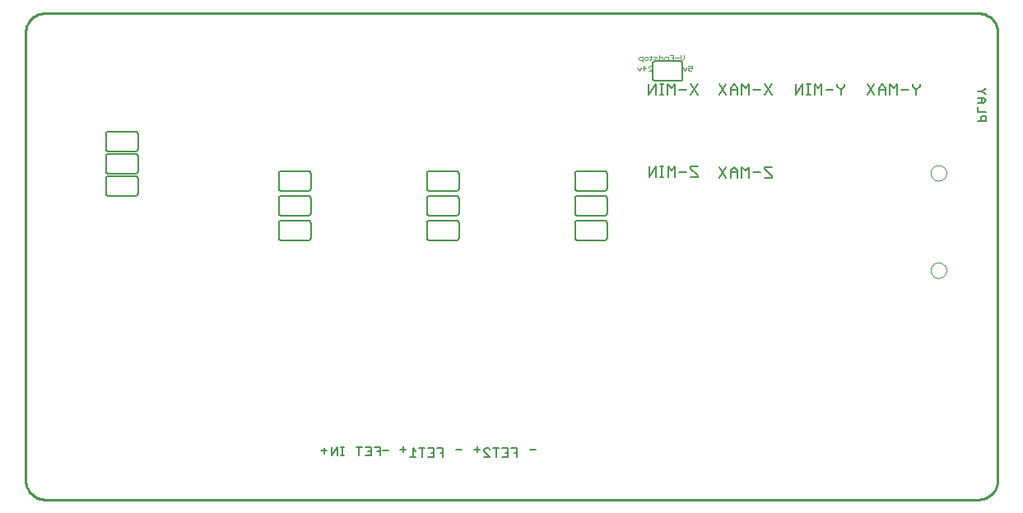
<source format=gbo>
G75*
G70*
%OFA0B0*%
%FSLAX24Y24*%
%IPPOS*%
%LPD*%
%AMOC8*
5,1,8,0,0,1.08239X$1,22.5*
%
%ADD10C,0.0100*%
%ADD11C,0.0070*%
%ADD12C,0.0020*%
%ADD13C,0.0050*%
%ADD14C,0.0000*%
%ADD15C,0.0060*%
D10*
X003080Y001725D02*
X003080Y019835D01*
X003082Y019889D01*
X003087Y019942D01*
X003096Y019995D01*
X003109Y020047D01*
X003125Y020099D01*
X003145Y020149D01*
X003168Y020197D01*
X003195Y020244D01*
X003224Y020289D01*
X003257Y020332D01*
X003292Y020372D01*
X003330Y020410D01*
X003370Y020445D01*
X003413Y020478D01*
X003458Y020507D01*
X003505Y020534D01*
X003553Y020557D01*
X003603Y020577D01*
X003655Y020593D01*
X003707Y020606D01*
X003760Y020615D01*
X003813Y020620D01*
X003867Y020622D01*
X041663Y020622D01*
X041717Y020620D01*
X041770Y020615D01*
X041823Y020606D01*
X041875Y020593D01*
X041927Y020577D01*
X041977Y020557D01*
X042025Y020534D01*
X042072Y020507D01*
X042117Y020478D01*
X042160Y020445D01*
X042200Y020410D01*
X042238Y020372D01*
X042273Y020332D01*
X042306Y020289D01*
X042335Y020244D01*
X042362Y020197D01*
X042385Y020149D01*
X042405Y020099D01*
X042421Y020047D01*
X042434Y019995D01*
X042443Y019942D01*
X042448Y019889D01*
X042450Y019835D01*
X042450Y001725D01*
X042448Y001671D01*
X042443Y001618D01*
X042434Y001565D01*
X042421Y001513D01*
X042405Y001461D01*
X042385Y001411D01*
X042362Y001363D01*
X042335Y001316D01*
X042306Y001271D01*
X042273Y001228D01*
X042238Y001188D01*
X042200Y001150D01*
X042160Y001115D01*
X042117Y001082D01*
X042072Y001053D01*
X042025Y001026D01*
X041977Y001003D01*
X041927Y000983D01*
X041875Y000967D01*
X041823Y000954D01*
X041770Y000945D01*
X041717Y000940D01*
X041663Y000938D01*
X041663Y000937D02*
X003867Y000937D01*
X003867Y000938D02*
X003813Y000940D01*
X003760Y000945D01*
X003707Y000954D01*
X003655Y000967D01*
X003603Y000983D01*
X003553Y001003D01*
X003505Y001026D01*
X003458Y001053D01*
X003413Y001082D01*
X003370Y001115D01*
X003330Y001150D01*
X003292Y001188D01*
X003257Y001228D01*
X003224Y001271D01*
X003195Y001316D01*
X003168Y001363D01*
X003145Y001411D01*
X003125Y001461D01*
X003109Y001513D01*
X003096Y001565D01*
X003087Y001618D01*
X003082Y001671D01*
X003080Y001725D01*
D11*
X028329Y013982D02*
X028329Y014412D01*
X028616Y014412D02*
X028329Y013982D01*
X028616Y013982D02*
X028616Y014412D01*
X028779Y014412D02*
X028923Y014412D01*
X028851Y014412D02*
X028851Y013982D01*
X028923Y013982D02*
X028779Y013982D01*
X029096Y013982D02*
X029096Y014412D01*
X029240Y014269D01*
X029383Y014412D01*
X029383Y013982D01*
X029557Y014197D02*
X029844Y014197D01*
X030017Y014340D02*
X030304Y014054D01*
X030304Y013982D01*
X030017Y013982D01*
X030017Y014340D02*
X030017Y014412D01*
X030304Y014412D01*
X031167Y014393D02*
X031453Y013963D01*
X031627Y013963D02*
X031627Y014250D01*
X031770Y014393D01*
X031914Y014250D01*
X031914Y013963D01*
X032087Y013963D02*
X032087Y014393D01*
X032231Y014250D01*
X032374Y014393D01*
X032374Y013963D01*
X032548Y014178D02*
X032835Y014178D01*
X033008Y014322D02*
X033295Y014035D01*
X033295Y013963D01*
X033008Y013963D01*
X033008Y014322D02*
X033008Y014393D01*
X033295Y014393D01*
X031914Y014178D02*
X031627Y014178D01*
X031453Y014393D02*
X031167Y013963D01*
X031167Y017313D02*
X031453Y017743D01*
X031627Y017600D02*
X031627Y017313D01*
X031453Y017313D02*
X031167Y017743D01*
X031627Y017600D02*
X031770Y017743D01*
X031914Y017600D01*
X031914Y017313D01*
X032087Y017313D02*
X032087Y017743D01*
X032231Y017600D01*
X032374Y017743D01*
X032374Y017313D01*
X032548Y017528D02*
X032835Y017528D01*
X033008Y017313D02*
X033295Y017743D01*
X033008Y017743D02*
X033295Y017313D01*
X034270Y017313D02*
X034270Y017743D01*
X034557Y017743D02*
X034270Y017313D01*
X034557Y017313D02*
X034557Y017743D01*
X034720Y017743D02*
X034864Y017743D01*
X034792Y017743D02*
X034792Y017313D01*
X034864Y017313D02*
X034720Y017313D01*
X035037Y017313D02*
X035037Y017743D01*
X035181Y017600D01*
X035324Y017743D01*
X035324Y017313D01*
X035498Y017528D02*
X035785Y017528D01*
X035958Y017672D02*
X036102Y017528D01*
X036102Y017313D01*
X036102Y017528D02*
X036245Y017672D01*
X036245Y017743D01*
X035958Y017743D02*
X035958Y017672D01*
X037167Y017743D02*
X037453Y017313D01*
X037627Y017313D02*
X037627Y017600D01*
X037770Y017743D01*
X037914Y017600D01*
X037914Y017313D01*
X038087Y017313D02*
X038087Y017743D01*
X038231Y017600D01*
X038374Y017743D01*
X038374Y017313D01*
X038548Y017528D02*
X038835Y017528D01*
X039008Y017672D02*
X039008Y017743D01*
X039008Y017672D02*
X039152Y017528D01*
X039152Y017313D01*
X039152Y017528D02*
X039295Y017672D01*
X039295Y017743D01*
X037914Y017528D02*
X037627Y017528D01*
X037453Y017743D02*
X037167Y017313D01*
X041656Y017202D02*
X041877Y017202D01*
X041987Y017092D01*
X041877Y016982D01*
X041656Y016982D01*
X041656Y016834D02*
X041656Y016613D01*
X041987Y016613D01*
X041932Y016465D02*
X041821Y016465D01*
X041766Y016410D01*
X041766Y016245D01*
X041656Y016245D02*
X041987Y016245D01*
X041987Y016410D01*
X041932Y016465D01*
X041821Y016982D02*
X041821Y017202D01*
X041932Y017350D02*
X041821Y017460D01*
X041656Y017460D01*
X041821Y017460D02*
X041932Y017570D01*
X041987Y017570D01*
X041987Y017350D02*
X041932Y017350D01*
X031914Y017528D02*
X031627Y017528D01*
X030295Y017313D02*
X030008Y017743D01*
X029835Y017528D02*
X029548Y017528D01*
X029374Y017313D02*
X029374Y017743D01*
X029231Y017600D01*
X029087Y017743D01*
X029087Y017313D01*
X028914Y017313D02*
X028770Y017313D01*
X028842Y017313D02*
X028842Y017743D01*
X028914Y017743D02*
X028770Y017743D01*
X028607Y017743D02*
X028320Y017313D01*
X028320Y017743D01*
X028607Y017743D02*
X028607Y017313D01*
X030008Y017313D02*
X030295Y017743D01*
D12*
X030033Y018285D02*
X030070Y018321D01*
X030033Y018285D02*
X029960Y018285D01*
X029923Y018321D01*
X029923Y018395D01*
X029960Y018432D01*
X029997Y018432D01*
X030070Y018395D01*
X030070Y018505D01*
X029923Y018505D01*
X029849Y018432D02*
X029776Y018285D01*
X029702Y018432D01*
X029684Y018722D02*
X029611Y018796D01*
X029611Y018942D01*
X029537Y018832D02*
X029390Y018832D01*
X029316Y018832D02*
X029242Y018832D01*
X029316Y018722D02*
X029169Y018722D01*
X029095Y018722D02*
X029095Y018869D01*
X028984Y018869D01*
X028948Y018832D01*
X028948Y018722D01*
X028874Y018759D02*
X028874Y018832D01*
X028837Y018869D01*
X028727Y018869D01*
X028727Y018942D02*
X028727Y018722D01*
X028837Y018722D01*
X028874Y018759D01*
X028653Y018722D02*
X028542Y018722D01*
X028506Y018759D01*
X028542Y018796D01*
X028616Y018796D01*
X028653Y018832D01*
X028616Y018869D01*
X028506Y018869D01*
X028432Y018869D02*
X028358Y018869D01*
X028395Y018906D02*
X028395Y018759D01*
X028358Y018722D01*
X028284Y018759D02*
X028248Y018722D01*
X028174Y018722D01*
X028137Y018759D01*
X028137Y018832D01*
X028174Y018869D01*
X028248Y018869D01*
X028284Y018832D01*
X028284Y018759D01*
X028063Y018722D02*
X027953Y018722D01*
X027916Y018759D01*
X027916Y018832D01*
X027953Y018869D01*
X028063Y018869D01*
X028063Y018649D01*
X028114Y018505D02*
X028224Y018395D01*
X028077Y018395D01*
X028003Y018432D02*
X027930Y018285D01*
X027856Y018432D01*
X028114Y018505D02*
X028114Y018285D01*
X028298Y018285D02*
X028445Y018285D01*
X028298Y018432D01*
X028298Y018468D01*
X028335Y018505D01*
X028408Y018505D01*
X028445Y018468D01*
X029316Y018722D02*
X029316Y018942D01*
X029169Y018942D01*
X029684Y018722D02*
X029758Y018796D01*
X029758Y018942D01*
D13*
X023743Y002962D02*
X023509Y002962D01*
X022993Y003013D02*
X022759Y003013D01*
X022624Y003013D02*
X022624Y002662D01*
X022391Y002662D01*
X022507Y002837D02*
X022624Y002837D01*
X022624Y003013D02*
X022391Y003013D01*
X022256Y003013D02*
X022022Y003013D01*
X022139Y003013D02*
X022139Y002662D01*
X021888Y002662D02*
X021654Y002896D01*
X021654Y002954D01*
X021712Y003013D01*
X021829Y003013D01*
X021888Y002954D01*
X021493Y002962D02*
X021259Y002962D01*
X021376Y002846D02*
X021376Y003079D01*
X021654Y002662D02*
X021888Y002662D01*
X022876Y002837D02*
X022993Y002837D01*
X022993Y002662D02*
X022993Y003013D01*
X020743Y002962D02*
X020509Y002962D01*
X019993Y003013D02*
X019759Y003013D01*
X019624Y003013D02*
X019624Y002662D01*
X019391Y002662D01*
X019507Y002837D02*
X019624Y002837D01*
X019624Y003013D02*
X019391Y003013D01*
X019256Y003013D02*
X019022Y003013D01*
X019139Y003013D02*
X019139Y002662D01*
X018888Y002662D02*
X018654Y002662D01*
X018771Y002662D02*
X018771Y003013D01*
X018888Y002896D01*
X018493Y002962D02*
X018259Y002962D01*
X018376Y002846D02*
X018376Y003079D01*
X017793Y002912D02*
X017559Y002912D01*
X017443Y002887D02*
X017326Y002887D01*
X017443Y002712D02*
X017443Y003063D01*
X017209Y003063D01*
X017074Y003063D02*
X017074Y002712D01*
X016841Y002712D01*
X016957Y002887D02*
X017074Y002887D01*
X017074Y003063D02*
X016841Y003063D01*
X016706Y003063D02*
X016472Y003063D01*
X016589Y003063D02*
X016589Y002712D01*
X015969Y002712D02*
X015852Y002712D01*
X015911Y002712D02*
X015911Y003063D01*
X015969Y003063D02*
X015852Y003063D01*
X015724Y003063D02*
X015490Y002712D01*
X015490Y003063D01*
X015724Y003063D02*
X015724Y002712D01*
X015293Y002912D02*
X015059Y002912D01*
X015176Y002796D02*
X015176Y003029D01*
X019876Y002837D02*
X019993Y002837D01*
X019993Y002662D02*
X019993Y003013D01*
D14*
X039739Y010219D02*
X039741Y010254D01*
X039747Y010289D01*
X039757Y010323D01*
X039770Y010356D01*
X039787Y010387D01*
X039808Y010415D01*
X039831Y010442D01*
X039858Y010465D01*
X039886Y010486D01*
X039917Y010503D01*
X039950Y010516D01*
X039984Y010526D01*
X040019Y010532D01*
X040054Y010534D01*
X040089Y010532D01*
X040124Y010526D01*
X040158Y010516D01*
X040191Y010503D01*
X040222Y010486D01*
X040250Y010465D01*
X040277Y010442D01*
X040300Y010415D01*
X040321Y010387D01*
X040338Y010356D01*
X040351Y010323D01*
X040361Y010289D01*
X040367Y010254D01*
X040369Y010219D01*
X040367Y010184D01*
X040361Y010149D01*
X040351Y010115D01*
X040338Y010082D01*
X040321Y010051D01*
X040300Y010023D01*
X040277Y009996D01*
X040250Y009973D01*
X040222Y009952D01*
X040191Y009935D01*
X040158Y009922D01*
X040124Y009912D01*
X040089Y009906D01*
X040054Y009904D01*
X040019Y009906D01*
X039984Y009912D01*
X039950Y009922D01*
X039917Y009935D01*
X039886Y009952D01*
X039858Y009973D01*
X039831Y009996D01*
X039808Y010023D01*
X039787Y010051D01*
X039770Y010082D01*
X039757Y010115D01*
X039747Y010149D01*
X039741Y010184D01*
X039739Y010219D01*
X039739Y014156D02*
X039741Y014191D01*
X039747Y014226D01*
X039757Y014260D01*
X039770Y014293D01*
X039787Y014324D01*
X039808Y014352D01*
X039831Y014379D01*
X039858Y014402D01*
X039886Y014423D01*
X039917Y014440D01*
X039950Y014453D01*
X039984Y014463D01*
X040019Y014469D01*
X040054Y014471D01*
X040089Y014469D01*
X040124Y014463D01*
X040158Y014453D01*
X040191Y014440D01*
X040222Y014423D01*
X040250Y014402D01*
X040277Y014379D01*
X040300Y014352D01*
X040321Y014324D01*
X040338Y014293D01*
X040351Y014260D01*
X040361Y014226D01*
X040367Y014191D01*
X040369Y014156D01*
X040367Y014121D01*
X040361Y014086D01*
X040351Y014052D01*
X040338Y014019D01*
X040321Y013988D01*
X040300Y013960D01*
X040277Y013933D01*
X040250Y013910D01*
X040222Y013889D01*
X040191Y013872D01*
X040158Y013859D01*
X040124Y013849D01*
X040089Y013843D01*
X040054Y013841D01*
X040019Y013843D01*
X039984Y013849D01*
X039950Y013859D01*
X039917Y013872D01*
X039886Y013889D01*
X039858Y013910D01*
X039831Y013933D01*
X039808Y013960D01*
X039787Y013988D01*
X039770Y014019D01*
X039757Y014052D01*
X039747Y014086D01*
X039741Y014121D01*
X039739Y014156D01*
D15*
X029680Y017987D02*
X029680Y018587D01*
X029678Y018604D01*
X029674Y018621D01*
X029667Y018637D01*
X029657Y018651D01*
X029644Y018664D01*
X029630Y018674D01*
X029614Y018681D01*
X029597Y018685D01*
X029580Y018687D01*
X028580Y018687D01*
X028563Y018685D01*
X028546Y018681D01*
X028530Y018674D01*
X028516Y018664D01*
X028503Y018651D01*
X028493Y018637D01*
X028486Y018621D01*
X028482Y018604D01*
X028480Y018587D01*
X028480Y017987D01*
X028482Y017970D01*
X028486Y017953D01*
X028493Y017937D01*
X028503Y017923D01*
X028516Y017910D01*
X028530Y017900D01*
X028546Y017893D01*
X028563Y017889D01*
X028580Y017887D01*
X029580Y017887D01*
X029597Y017889D01*
X029614Y017893D01*
X029630Y017900D01*
X029644Y017910D01*
X029657Y017923D01*
X029667Y017937D01*
X029674Y017953D01*
X029678Y017970D01*
X029680Y017987D01*
X026530Y014237D02*
X025430Y014237D01*
X025413Y014235D01*
X025396Y014231D01*
X025380Y014224D01*
X025366Y014214D01*
X025353Y014201D01*
X025343Y014187D01*
X025336Y014171D01*
X025332Y014154D01*
X025330Y014137D01*
X025330Y013537D01*
X025332Y013520D01*
X025336Y013503D01*
X025343Y013487D01*
X025353Y013473D01*
X025366Y013460D01*
X025380Y013450D01*
X025396Y013443D01*
X025413Y013439D01*
X025430Y013437D01*
X026530Y013437D01*
X026547Y013439D01*
X026564Y013443D01*
X026580Y013450D01*
X026594Y013460D01*
X026607Y013473D01*
X026617Y013487D01*
X026624Y013503D01*
X026628Y013520D01*
X026630Y013537D01*
X026630Y014137D01*
X026628Y014154D01*
X026624Y014171D01*
X026617Y014187D01*
X026607Y014201D01*
X026594Y014214D01*
X026580Y014224D01*
X026564Y014231D01*
X026547Y014235D01*
X026530Y014237D01*
X026530Y013237D02*
X025430Y013237D01*
X025413Y013235D01*
X025396Y013231D01*
X025380Y013224D01*
X025366Y013214D01*
X025353Y013201D01*
X025343Y013187D01*
X025336Y013171D01*
X025332Y013154D01*
X025330Y013137D01*
X025330Y012537D01*
X025332Y012520D01*
X025336Y012503D01*
X025343Y012487D01*
X025353Y012473D01*
X025366Y012460D01*
X025380Y012450D01*
X025396Y012443D01*
X025413Y012439D01*
X025430Y012437D01*
X026530Y012437D01*
X026547Y012439D01*
X026564Y012443D01*
X026580Y012450D01*
X026594Y012460D01*
X026607Y012473D01*
X026617Y012487D01*
X026624Y012503D01*
X026628Y012520D01*
X026630Y012537D01*
X026630Y013137D01*
X026628Y013154D01*
X026624Y013171D01*
X026617Y013187D01*
X026607Y013201D01*
X026594Y013214D01*
X026580Y013224D01*
X026564Y013231D01*
X026547Y013235D01*
X026530Y013237D01*
X026530Y012237D02*
X025430Y012237D01*
X025413Y012235D01*
X025396Y012231D01*
X025380Y012224D01*
X025366Y012214D01*
X025353Y012201D01*
X025343Y012187D01*
X025336Y012171D01*
X025332Y012154D01*
X025330Y012137D01*
X025330Y011537D01*
X025332Y011520D01*
X025336Y011503D01*
X025343Y011487D01*
X025353Y011473D01*
X025366Y011460D01*
X025380Y011450D01*
X025396Y011443D01*
X025413Y011439D01*
X025430Y011437D01*
X026530Y011437D01*
X026547Y011439D01*
X026564Y011443D01*
X026580Y011450D01*
X026594Y011460D01*
X026607Y011473D01*
X026617Y011487D01*
X026624Y011503D01*
X026628Y011520D01*
X026630Y011537D01*
X026630Y012137D01*
X026628Y012154D01*
X026624Y012171D01*
X026617Y012187D01*
X026607Y012201D01*
X026594Y012214D01*
X026580Y012224D01*
X026564Y012231D01*
X026547Y012235D01*
X026530Y012237D01*
X020630Y012137D02*
X020630Y011537D01*
X020628Y011520D01*
X020624Y011503D01*
X020617Y011487D01*
X020607Y011473D01*
X020594Y011460D01*
X020580Y011450D01*
X020564Y011443D01*
X020547Y011439D01*
X020530Y011437D01*
X019430Y011437D01*
X019413Y011439D01*
X019396Y011443D01*
X019380Y011450D01*
X019366Y011460D01*
X019353Y011473D01*
X019343Y011487D01*
X019336Y011503D01*
X019332Y011520D01*
X019330Y011537D01*
X019330Y012137D01*
X019332Y012154D01*
X019336Y012171D01*
X019343Y012187D01*
X019353Y012201D01*
X019366Y012214D01*
X019380Y012224D01*
X019396Y012231D01*
X019413Y012235D01*
X019430Y012237D01*
X020530Y012237D01*
X020547Y012235D01*
X020564Y012231D01*
X020580Y012224D01*
X020594Y012214D01*
X020607Y012201D01*
X020617Y012187D01*
X020624Y012171D01*
X020628Y012154D01*
X020630Y012137D01*
X020530Y012437D02*
X019430Y012437D01*
X019413Y012439D01*
X019396Y012443D01*
X019380Y012450D01*
X019366Y012460D01*
X019353Y012473D01*
X019343Y012487D01*
X019336Y012503D01*
X019332Y012520D01*
X019330Y012537D01*
X019330Y013137D01*
X019332Y013154D01*
X019336Y013171D01*
X019343Y013187D01*
X019353Y013201D01*
X019366Y013214D01*
X019380Y013224D01*
X019396Y013231D01*
X019413Y013235D01*
X019430Y013237D01*
X020530Y013237D01*
X020547Y013235D01*
X020564Y013231D01*
X020580Y013224D01*
X020594Y013214D01*
X020607Y013201D01*
X020617Y013187D01*
X020624Y013171D01*
X020628Y013154D01*
X020630Y013137D01*
X020630Y012537D01*
X020628Y012520D01*
X020624Y012503D01*
X020617Y012487D01*
X020607Y012473D01*
X020594Y012460D01*
X020580Y012450D01*
X020564Y012443D01*
X020547Y012439D01*
X020530Y012437D01*
X020530Y013437D02*
X019430Y013437D01*
X019413Y013439D01*
X019396Y013443D01*
X019380Y013450D01*
X019366Y013460D01*
X019353Y013473D01*
X019343Y013487D01*
X019336Y013503D01*
X019332Y013520D01*
X019330Y013537D01*
X019330Y014137D01*
X019332Y014154D01*
X019336Y014171D01*
X019343Y014187D01*
X019353Y014201D01*
X019366Y014214D01*
X019380Y014224D01*
X019396Y014231D01*
X019413Y014235D01*
X019430Y014237D01*
X020530Y014237D01*
X020547Y014235D01*
X020564Y014231D01*
X020580Y014224D01*
X020594Y014214D01*
X020607Y014201D01*
X020617Y014187D01*
X020624Y014171D01*
X020628Y014154D01*
X020630Y014137D01*
X020630Y013537D01*
X020628Y013520D01*
X020624Y013503D01*
X020617Y013487D01*
X020607Y013473D01*
X020594Y013460D01*
X020580Y013450D01*
X020564Y013443D01*
X020547Y013439D01*
X020530Y013437D01*
X014630Y013537D02*
X014630Y014137D01*
X014628Y014154D01*
X014624Y014171D01*
X014617Y014187D01*
X014607Y014201D01*
X014594Y014214D01*
X014580Y014224D01*
X014564Y014231D01*
X014547Y014235D01*
X014530Y014237D01*
X013430Y014237D01*
X013413Y014235D01*
X013396Y014231D01*
X013380Y014224D01*
X013366Y014214D01*
X013353Y014201D01*
X013343Y014187D01*
X013336Y014171D01*
X013332Y014154D01*
X013330Y014137D01*
X013330Y013537D01*
X013332Y013520D01*
X013336Y013503D01*
X013343Y013487D01*
X013353Y013473D01*
X013366Y013460D01*
X013380Y013450D01*
X013396Y013443D01*
X013413Y013439D01*
X013430Y013437D01*
X014530Y013437D01*
X014547Y013439D01*
X014564Y013443D01*
X014580Y013450D01*
X014594Y013460D01*
X014607Y013473D01*
X014617Y013487D01*
X014624Y013503D01*
X014628Y013520D01*
X014630Y013537D01*
X014530Y013237D02*
X013430Y013237D01*
X013413Y013235D01*
X013396Y013231D01*
X013380Y013224D01*
X013366Y013214D01*
X013353Y013201D01*
X013343Y013187D01*
X013336Y013171D01*
X013332Y013154D01*
X013330Y013137D01*
X013330Y012537D01*
X013332Y012520D01*
X013336Y012503D01*
X013343Y012487D01*
X013353Y012473D01*
X013366Y012460D01*
X013380Y012450D01*
X013396Y012443D01*
X013413Y012439D01*
X013430Y012437D01*
X014530Y012437D01*
X014547Y012439D01*
X014564Y012443D01*
X014580Y012450D01*
X014594Y012460D01*
X014607Y012473D01*
X014617Y012487D01*
X014624Y012503D01*
X014628Y012520D01*
X014630Y012537D01*
X014630Y013137D01*
X014628Y013154D01*
X014624Y013171D01*
X014617Y013187D01*
X014607Y013201D01*
X014594Y013214D01*
X014580Y013224D01*
X014564Y013231D01*
X014547Y013235D01*
X014530Y013237D01*
X014530Y012237D02*
X013430Y012237D01*
X013413Y012235D01*
X013396Y012231D01*
X013380Y012224D01*
X013366Y012214D01*
X013353Y012201D01*
X013343Y012187D01*
X013336Y012171D01*
X013332Y012154D01*
X013330Y012137D01*
X013330Y011537D01*
X013332Y011520D01*
X013336Y011503D01*
X013343Y011487D01*
X013353Y011473D01*
X013366Y011460D01*
X013380Y011450D01*
X013396Y011443D01*
X013413Y011439D01*
X013430Y011437D01*
X014530Y011437D01*
X014547Y011439D01*
X014564Y011443D01*
X014580Y011450D01*
X014594Y011460D01*
X014607Y011473D01*
X014617Y011487D01*
X014624Y011503D01*
X014628Y011520D01*
X014630Y011537D01*
X014630Y012137D01*
X014628Y012154D01*
X014624Y012171D01*
X014617Y012187D01*
X014607Y012201D01*
X014594Y012214D01*
X014580Y012224D01*
X014564Y012231D01*
X014547Y012235D01*
X014530Y012237D01*
X007630Y013337D02*
X007630Y013937D01*
X007628Y013954D01*
X007624Y013971D01*
X007617Y013987D01*
X007607Y014001D01*
X007594Y014014D01*
X007580Y014024D01*
X007564Y014031D01*
X007547Y014035D01*
X007530Y014037D01*
X006430Y014037D01*
X006413Y014035D01*
X006396Y014031D01*
X006380Y014024D01*
X006366Y014014D01*
X006353Y014001D01*
X006343Y013987D01*
X006336Y013971D01*
X006332Y013954D01*
X006330Y013937D01*
X006330Y013337D01*
X006332Y013320D01*
X006336Y013303D01*
X006343Y013287D01*
X006353Y013273D01*
X006366Y013260D01*
X006380Y013250D01*
X006396Y013243D01*
X006413Y013239D01*
X006430Y013237D01*
X007530Y013237D01*
X007547Y013239D01*
X007564Y013243D01*
X007580Y013250D01*
X007594Y013260D01*
X007607Y013273D01*
X007617Y013287D01*
X007624Y013303D01*
X007628Y013320D01*
X007630Y013337D01*
X007530Y014137D02*
X006430Y014137D01*
X006413Y014139D01*
X006396Y014143D01*
X006380Y014150D01*
X006366Y014160D01*
X006353Y014173D01*
X006343Y014187D01*
X006336Y014203D01*
X006332Y014220D01*
X006330Y014237D01*
X006330Y014837D01*
X006332Y014854D01*
X006336Y014871D01*
X006343Y014887D01*
X006353Y014901D01*
X006366Y014914D01*
X006380Y014924D01*
X006396Y014931D01*
X006413Y014935D01*
X006430Y014937D01*
X007530Y014937D01*
X007547Y014935D01*
X007564Y014931D01*
X007580Y014924D01*
X007594Y014914D01*
X007607Y014901D01*
X007617Y014887D01*
X007624Y014871D01*
X007628Y014854D01*
X007630Y014837D01*
X007630Y014237D01*
X007628Y014220D01*
X007624Y014203D01*
X007617Y014187D01*
X007607Y014173D01*
X007594Y014160D01*
X007580Y014150D01*
X007564Y014143D01*
X007547Y014139D01*
X007530Y014137D01*
X007530Y015037D02*
X006430Y015037D01*
X006413Y015039D01*
X006396Y015043D01*
X006380Y015050D01*
X006366Y015060D01*
X006353Y015073D01*
X006343Y015087D01*
X006336Y015103D01*
X006332Y015120D01*
X006330Y015137D01*
X006330Y015737D01*
X006332Y015754D01*
X006336Y015771D01*
X006343Y015787D01*
X006353Y015801D01*
X006366Y015814D01*
X006380Y015824D01*
X006396Y015831D01*
X006413Y015835D01*
X006430Y015837D01*
X007530Y015837D01*
X007547Y015835D01*
X007564Y015831D01*
X007580Y015824D01*
X007594Y015814D01*
X007607Y015801D01*
X007617Y015787D01*
X007624Y015771D01*
X007628Y015754D01*
X007630Y015737D01*
X007630Y015137D01*
X007628Y015120D01*
X007624Y015103D01*
X007617Y015087D01*
X007607Y015073D01*
X007594Y015060D01*
X007580Y015050D01*
X007564Y015043D01*
X007547Y015039D01*
X007530Y015037D01*
M02*

</source>
